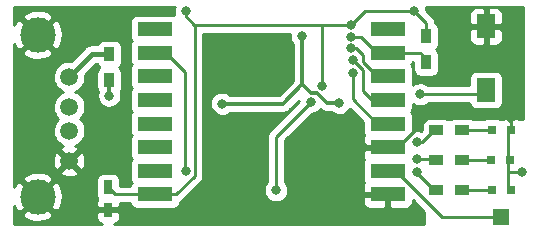
<source format=gtl>
G04 #@! TF.GenerationSoftware,KiCad,Pcbnew,no-vcs-found-996cba7~58~ubuntu16.04.1*
G04 #@! TF.CreationDate,2017-03-17T17:02:03+02:00*
G04 #@! TF.ProjectId,serial_gw,73657269616C5F67772E6B696361645F,rev?*
G04 #@! TF.FileFunction,Copper,L1,Top,Signal*
G04 #@! TF.FilePolarity,Positive*
%FSLAX46Y46*%
G04 Gerber Fmt 4.6, Leading zero omitted, Abs format (unit mm)*
G04 Created by KiCad (PCBNEW no-vcs-found-996cba7~58~ubuntu16.04.1) date Fri Mar 17 17:02:03 2017*
%MOMM*%
%LPD*%
G01*
G04 APERTURE LIST*
%ADD10C,0.100000*%
%ADD11R,1.350000X1.350000*%
%ADD12C,2.999740*%
%ADD13C,1.501140*%
%ADD14R,0.750000X1.200000*%
%ADD15R,1.600000X2.000000*%
%ADD16R,0.800000X0.800000*%
%ADD17R,1.200000X0.900000*%
%ADD18R,0.900000X1.200000*%
%ADD19R,3.000000X1.200000*%
%ADD20C,0.800000*%
%ADD21C,0.250000*%
%ADD22C,0.300000*%
%ADD23C,0.450000*%
%ADD24C,0.254000*%
G04 APERTURE END LIST*
D10*
D11*
X112776000Y-92202000D03*
D12*
X73540000Y-76754000D03*
X73540000Y-90470000D03*
D13*
X76207000Y-80310000D03*
X76207000Y-82850000D03*
X76207000Y-84882000D03*
X76207000Y-87422000D03*
D14*
X79502000Y-89662000D03*
X79502000Y-91562000D03*
D15*
X111506000Y-76040000D03*
X111506000Y-81440000D03*
D16*
X113614000Y-84836000D03*
X112014000Y-84836000D03*
X111938000Y-87376000D03*
X113538000Y-87376000D03*
X113614000Y-89916000D03*
X112014000Y-89916000D03*
D17*
X109474000Y-84836000D03*
X107274000Y-84836000D03*
X107274000Y-87376000D03*
X109474000Y-87376000D03*
X109474000Y-89916000D03*
X107274000Y-89916000D03*
D18*
X106426000Y-76878000D03*
X106426000Y-79078000D03*
D19*
X103180000Y-76264000D03*
X103180000Y-78264000D03*
X103180000Y-80264000D03*
X103180000Y-82264000D03*
X103180000Y-84264000D03*
X103180000Y-86264000D03*
X103180000Y-88264000D03*
X103180000Y-90264000D03*
X83480000Y-90264000D03*
X83480000Y-88264000D03*
X83480000Y-86264000D03*
X83480000Y-84264000D03*
X83480000Y-82264000D03*
X83480000Y-80264000D03*
X83480000Y-78264000D03*
X83480000Y-76264000D03*
D18*
X79600000Y-78400000D03*
X79600000Y-80600000D03*
D20*
X89442189Y-85697136D03*
X87875000Y-82650000D03*
X114554000Y-88392000D03*
X100838000Y-84836000D03*
X79600000Y-81900000D03*
X89127626Y-82603499D03*
X99060000Y-82513010D03*
X95930001Y-76861151D03*
X96700022Y-82400000D03*
X105918006Y-81788000D03*
X93726000Y-89916000D03*
X97655635Y-81087092D03*
X100064291Y-75897378D03*
X105410000Y-74701009D03*
X86101340Y-74755009D03*
X105664002Y-85852000D03*
X105700000Y-87300000D03*
X105664000Y-88392000D03*
X100095976Y-76896888D03*
X100235021Y-79964283D03*
X100226992Y-78883000D03*
X100063857Y-77896384D03*
X86075000Y-88275000D03*
D21*
X89442189Y-84217189D02*
X89442189Y-85697136D01*
X87875000Y-82650000D02*
X89442189Y-84217189D01*
X100838000Y-84836000D02*
X101075000Y-85073000D01*
X101075000Y-85073000D02*
X101075000Y-85925000D01*
X101075000Y-85925000D02*
X101414000Y-86264000D01*
X101414000Y-86264000D02*
X103180000Y-86264000D01*
X113614000Y-84186000D02*
X113248000Y-83820000D01*
X113248000Y-83820000D02*
X106524000Y-83820000D01*
X106524000Y-83820000D02*
X104080000Y-86264000D01*
X104080000Y-86264000D02*
X103180000Y-86264000D01*
X103180000Y-86264000D02*
X101430000Y-86264000D01*
X101430000Y-86264000D02*
X101092000Y-86602000D01*
X101092000Y-86602000D02*
X101092000Y-90170000D01*
X101092000Y-90170000D02*
X101186000Y-90264000D01*
X111506000Y-76040000D02*
X112556000Y-76040000D01*
X112556000Y-76040000D02*
X113614000Y-77098000D01*
X113614000Y-77098000D02*
X113614000Y-84186000D01*
X113614000Y-84186000D02*
X113614000Y-84836000D01*
X113360000Y-89916000D02*
X113360000Y-88392000D01*
X113360000Y-88392000D02*
X113360000Y-87452000D01*
X114554000Y-88392000D02*
X113360000Y-88392000D01*
X101186000Y-90264000D02*
X99888000Y-91562000D01*
X99888000Y-91562000D02*
X79502000Y-91562000D01*
X101186000Y-90264000D02*
X103180000Y-90264000D01*
X79502000Y-91562000D02*
X74632000Y-91562000D01*
X74632000Y-91562000D02*
X73540000Y-90470000D01*
X113360000Y-87452000D02*
X113284000Y-87376000D01*
X113360000Y-84836000D02*
X113360000Y-87300000D01*
X113360000Y-87300000D02*
X113284000Y-87376000D01*
D22*
X97160002Y-81649998D02*
X98023014Y-82513010D01*
X96644688Y-81649998D02*
X97160002Y-81649998D01*
X95947575Y-80952885D02*
X96644688Y-81649998D01*
X98023014Y-82513010D02*
X99060000Y-82513010D01*
X79600000Y-80600000D02*
X79600000Y-81900000D01*
X94296961Y-82603499D02*
X89127626Y-82603499D01*
X95947575Y-80952885D02*
X94296961Y-82603499D01*
X95930001Y-80935311D02*
X95930001Y-76861151D01*
X95947575Y-80952885D02*
X95930001Y-80935311D01*
D21*
X93726000Y-89916000D02*
X93726000Y-85374022D01*
X93726000Y-85374022D02*
X96700022Y-82400000D01*
X111506000Y-81440000D02*
X111158000Y-81788000D01*
X111158000Y-81788000D02*
X105918006Y-81788000D01*
X97536000Y-75897378D02*
X97655635Y-76017013D01*
X97655635Y-76017013D02*
X97655635Y-81087092D01*
X87243709Y-75897378D02*
X86852622Y-75897378D01*
X86852622Y-75897378D02*
X86825000Y-75925000D01*
X85230000Y-90264000D02*
X83480000Y-90264000D01*
X86825000Y-75925000D02*
X86825000Y-88669000D01*
X86825000Y-88669000D02*
X85230000Y-90264000D01*
X87243709Y-75897378D02*
X86797378Y-75897378D01*
X86797378Y-75897378D02*
X86101340Y-75201340D01*
X86101340Y-75201340D02*
X86101340Y-74755009D01*
X100064291Y-75897378D02*
X97536000Y-75897378D01*
X97536000Y-75897378D02*
X87243709Y-75897378D01*
X105410000Y-74701009D02*
X101260660Y-74701009D01*
X101260660Y-74701009D02*
X100064291Y-75897378D01*
X106426000Y-75717009D02*
X105410000Y-74701009D01*
X106426000Y-76878000D02*
X106426000Y-75717009D01*
X83480000Y-90264000D02*
X80104000Y-90264000D01*
X80104000Y-90264000D02*
X79502000Y-89662000D01*
X111760000Y-84836000D02*
X109220000Y-84836000D01*
X109220000Y-87376000D02*
X111684000Y-87376000D01*
X111760000Y-89916000D02*
X109220000Y-89916000D01*
X103180000Y-88264000D02*
X103864000Y-88264000D01*
X103864000Y-88264000D02*
X107802000Y-92202000D01*
X107802000Y-92202000D02*
X112776000Y-92202000D01*
X107124000Y-84836000D02*
X106108000Y-85852000D01*
X107274000Y-84836000D02*
X107124000Y-84836000D01*
X106108000Y-85852000D02*
X105664002Y-85852000D01*
X105700000Y-87300000D02*
X107198000Y-87300000D01*
X107198000Y-87300000D02*
X107274000Y-87376000D01*
X107124000Y-89916000D02*
X105664000Y-88456000D01*
X107274000Y-89916000D02*
X107124000Y-89916000D01*
X105664000Y-88456000D02*
X105664000Y-88392000D01*
X100912888Y-76896888D02*
X100095976Y-76896888D01*
X102280000Y-78264000D02*
X100912888Y-76896888D01*
X103180000Y-78264000D02*
X102280000Y-78264000D01*
X103180000Y-78264000D02*
X105950000Y-78264000D01*
X105950000Y-78264000D02*
X106426000Y-78740000D01*
X106426000Y-78740000D02*
X106426000Y-79078000D01*
X100235021Y-82219021D02*
X100235021Y-79964283D01*
X102280000Y-84264000D02*
X100235021Y-82219021D01*
X103180000Y-84264000D02*
X102280000Y-84264000D01*
X103180000Y-82264000D02*
X101822000Y-82264000D01*
X101822000Y-82264000D02*
X101092000Y-81534000D01*
X101092000Y-81534000D02*
X101092000Y-79748008D01*
X101092000Y-79748008D02*
X100226992Y-78883000D01*
X103180000Y-80264000D02*
X102280000Y-80264000D01*
X102280000Y-80264000D02*
X101092000Y-79076000D01*
X101092000Y-79076000D02*
X101092000Y-78486000D01*
X101092000Y-78486000D02*
X100502384Y-77896384D01*
X100502384Y-77896384D02*
X100063857Y-77896384D01*
X83480000Y-78264000D02*
X84380000Y-78264000D01*
X84380000Y-78264000D02*
X86050000Y-79934000D01*
X86050000Y-79934000D02*
X86050000Y-88250000D01*
X86050000Y-88250000D02*
X86075000Y-88275000D01*
D23*
X79600000Y-78400000D02*
X78117000Y-78400000D01*
X78117000Y-78400000D02*
X76207000Y-80310000D01*
D24*
G36*
X85117677Y-74442973D02*
X85075802Y-74639977D01*
X85072990Y-74841362D01*
X85109348Y-75039458D01*
X85113203Y-75049194D01*
X85102913Y-75046073D01*
X84980000Y-75033967D01*
X81980000Y-75033967D01*
X81857087Y-75046073D01*
X81738897Y-75081925D01*
X81629972Y-75140147D01*
X81534499Y-75218499D01*
X81456147Y-75313972D01*
X81397925Y-75422897D01*
X81362073Y-75541087D01*
X81349967Y-75664000D01*
X81349967Y-76864000D01*
X81362073Y-76986913D01*
X81397925Y-77105103D01*
X81456147Y-77214028D01*
X81497158Y-77264000D01*
X81456147Y-77313972D01*
X81397925Y-77422897D01*
X81362073Y-77541087D01*
X81349967Y-77664000D01*
X81349967Y-78864000D01*
X81362073Y-78986913D01*
X81397925Y-79105103D01*
X81456147Y-79214028D01*
X81497158Y-79264000D01*
X81456147Y-79313972D01*
X81397925Y-79422897D01*
X81362073Y-79541087D01*
X81349967Y-79664000D01*
X81349967Y-80864000D01*
X81362073Y-80986913D01*
X81397925Y-81105103D01*
X81456147Y-81214028D01*
X81497158Y-81264000D01*
X81456147Y-81313972D01*
X81397925Y-81422897D01*
X81362073Y-81541087D01*
X81349967Y-81664000D01*
X81349967Y-82864000D01*
X81362073Y-82986913D01*
X81397925Y-83105103D01*
X81456147Y-83214028D01*
X81497158Y-83264000D01*
X81456147Y-83313972D01*
X81397925Y-83422897D01*
X81362073Y-83541087D01*
X81349967Y-83664000D01*
X81349967Y-84864000D01*
X81362073Y-84986913D01*
X81397925Y-85105103D01*
X81456147Y-85214028D01*
X81497158Y-85264000D01*
X81456147Y-85313972D01*
X81397925Y-85422897D01*
X81362073Y-85541087D01*
X81349967Y-85664000D01*
X81349967Y-86864000D01*
X81362073Y-86986913D01*
X81397925Y-87105103D01*
X81456147Y-87214028D01*
X81497158Y-87264000D01*
X81456147Y-87313972D01*
X81397925Y-87422897D01*
X81362073Y-87541087D01*
X81349967Y-87664000D01*
X81349967Y-88864000D01*
X81362073Y-88986913D01*
X81397925Y-89105103D01*
X81456147Y-89214028D01*
X81497158Y-89264000D01*
X81456147Y-89313972D01*
X81397925Y-89422897D01*
X81370896Y-89512000D01*
X80507033Y-89512000D01*
X80507033Y-89062000D01*
X80494927Y-88939087D01*
X80459075Y-88820897D01*
X80400853Y-88711972D01*
X80322501Y-88616499D01*
X80227028Y-88538147D01*
X80118103Y-88479925D01*
X79999913Y-88444073D01*
X79877000Y-88431967D01*
X79127000Y-88431967D01*
X79004087Y-88444073D01*
X78885897Y-88479925D01*
X78776972Y-88538147D01*
X78681499Y-88616499D01*
X78603147Y-88711972D01*
X78544925Y-88820897D01*
X78509073Y-88939087D01*
X78496967Y-89062000D01*
X78496967Y-90262000D01*
X78509073Y-90384913D01*
X78544925Y-90503103D01*
X78603147Y-90612028D01*
X78605137Y-90614453D01*
X78571360Y-90665004D01*
X78524095Y-90779111D01*
X78500000Y-90900246D01*
X78500000Y-91282250D01*
X78656750Y-91439000D01*
X79379000Y-91439000D01*
X79379000Y-91419000D01*
X79625000Y-91419000D01*
X79625000Y-91439000D01*
X80347250Y-91439000D01*
X80504000Y-91282250D01*
X80504000Y-91016000D01*
X81370896Y-91016000D01*
X81397925Y-91105103D01*
X81456147Y-91214028D01*
X81534499Y-91309501D01*
X81629972Y-91387853D01*
X81738897Y-91446075D01*
X81857087Y-91481927D01*
X81980000Y-91494033D01*
X84980000Y-91494033D01*
X85102913Y-91481927D01*
X85221103Y-91446075D01*
X85330028Y-91387853D01*
X85425501Y-91309501D01*
X85503853Y-91214028D01*
X85562075Y-91105103D01*
X85597927Y-90986913D01*
X85605260Y-90912465D01*
X85639568Y-90894681D01*
X85642660Y-90892213D01*
X85646150Y-90890357D01*
X85699962Y-90846469D01*
X85754268Y-90803117D01*
X85759770Y-90797691D01*
X85759885Y-90797597D01*
X85759973Y-90797490D01*
X85761744Y-90795744D01*
X87356745Y-89200744D01*
X87400851Y-89147048D01*
X87445485Y-89093855D01*
X87447390Y-89090390D01*
X87449900Y-89087334D01*
X87482739Y-89026090D01*
X87516190Y-88965244D01*
X87517385Y-88961478D01*
X87519255Y-88957990D01*
X87539577Y-88891520D01*
X87560567Y-88825350D01*
X87561008Y-88821421D01*
X87562164Y-88817639D01*
X87569185Y-88748517D01*
X87576927Y-88679500D01*
X87576981Y-88671776D01*
X87576996Y-88671625D01*
X87576983Y-88671485D01*
X87577000Y-88669000D01*
X87577000Y-76649378D01*
X94925026Y-76649378D01*
X94904463Y-76746119D01*
X94901651Y-76947504D01*
X94938009Y-77145600D01*
X95012151Y-77332862D01*
X95121254Y-77502156D01*
X95153001Y-77535031D01*
X95153001Y-80648615D01*
X93975117Y-81826499D01*
X89803448Y-81826499D01*
X89785428Y-81808353D01*
X89618455Y-81695729D01*
X89432788Y-81617681D01*
X89235496Y-81577183D01*
X89034096Y-81575777D01*
X88836258Y-81613517D01*
X88649519Y-81688964D01*
X88480990Y-81799246D01*
X88337092Y-81940162D01*
X88223305Y-82106344D01*
X88143963Y-82291463D01*
X88102088Y-82488467D01*
X88099276Y-82689852D01*
X88135634Y-82887948D01*
X88209776Y-83075210D01*
X88318879Y-83244504D01*
X88458786Y-83389383D01*
X88624170Y-83504328D01*
X88808730Y-83584960D01*
X89005437Y-83628209D01*
X89206798Y-83632427D01*
X89405143Y-83597453D01*
X89592918Y-83524620D01*
X89762970Y-83416702D01*
X89800987Y-83380499D01*
X94296961Y-83380499D01*
X94368443Y-83373490D01*
X94439891Y-83367239D01*
X94443811Y-83366100D01*
X94447881Y-83365701D01*
X94516629Y-83344945D01*
X94585514Y-83324932D01*
X94589140Y-83323052D01*
X94593053Y-83321871D01*
X94656428Y-83288174D01*
X94720146Y-83255146D01*
X94723340Y-83252596D01*
X94726946Y-83250679D01*
X94782542Y-83205336D01*
X94838658Y-83160539D01*
X94844347Y-83154929D01*
X94844462Y-83154835D01*
X94844550Y-83154729D01*
X94846383Y-83152921D01*
X95673920Y-82325384D01*
X95673392Y-82363142D01*
X93194256Y-84842278D01*
X93150174Y-84895944D01*
X93105515Y-84949167D01*
X93103610Y-84952633D01*
X93101100Y-84955688D01*
X93068280Y-85016897D01*
X93034810Y-85077778D01*
X93033614Y-85081548D01*
X93031746Y-85085032D01*
X93011438Y-85151456D01*
X92990433Y-85217672D01*
X92989992Y-85221601D01*
X92988836Y-85225383D01*
X92981820Y-85294461D01*
X92974073Y-85363522D01*
X92974019Y-85371257D01*
X92974005Y-85371397D01*
X92974017Y-85371528D01*
X92974000Y-85374022D01*
X92974000Y-89214928D01*
X92935466Y-89252663D01*
X92821679Y-89418845D01*
X92742337Y-89603964D01*
X92700462Y-89800968D01*
X92697650Y-90002353D01*
X92734008Y-90200449D01*
X92808150Y-90387711D01*
X92917253Y-90557005D01*
X93057160Y-90701884D01*
X93222544Y-90816829D01*
X93407104Y-90897461D01*
X93603811Y-90940710D01*
X93805172Y-90944928D01*
X94003517Y-90909954D01*
X94191292Y-90837121D01*
X94361344Y-90729203D01*
X94507195Y-90590310D01*
X94540039Y-90543750D01*
X101053000Y-90543750D01*
X101053000Y-90925754D01*
X101077095Y-91046889D01*
X101124360Y-91160996D01*
X101192977Y-91263689D01*
X101280311Y-91351023D01*
X101383004Y-91419640D01*
X101497111Y-91466905D01*
X101618246Y-91491000D01*
X102900250Y-91491000D01*
X103057000Y-91334250D01*
X103057000Y-90387000D01*
X101209750Y-90387000D01*
X101053000Y-90543750D01*
X94540039Y-90543750D01*
X94623292Y-90425733D01*
X94705211Y-90241740D01*
X94749832Y-90045340D01*
X94753044Y-89815297D01*
X94713924Y-89617728D01*
X94637175Y-89431520D01*
X94525719Y-89263765D01*
X94478000Y-89215712D01*
X94478000Y-85685510D01*
X96735497Y-83428013D01*
X96779194Y-83428928D01*
X96977539Y-83393954D01*
X97165314Y-83321121D01*
X97335366Y-83213203D01*
X97481217Y-83074310D01*
X97483725Y-83070755D01*
X97529095Y-83108023D01*
X97584035Y-83154123D01*
X97587613Y-83156090D01*
X97590772Y-83158685D01*
X97654031Y-83192604D01*
X97716921Y-83227178D01*
X97720818Y-83228414D01*
X97724417Y-83230344D01*
X97793001Y-83251312D01*
X97861467Y-83273031D01*
X97865532Y-83273487D01*
X97869434Y-83274680D01*
X97940792Y-83281928D01*
X98012165Y-83289934D01*
X98020154Y-83289990D01*
X98020302Y-83290005D01*
X98020440Y-83289992D01*
X98023014Y-83290010D01*
X98382581Y-83290010D01*
X98391160Y-83298894D01*
X98556544Y-83413839D01*
X98741104Y-83494471D01*
X98937811Y-83537720D01*
X99139172Y-83541938D01*
X99337517Y-83506964D01*
X99525292Y-83434131D01*
X99695344Y-83326213D01*
X99841195Y-83187320D01*
X99957292Y-83022743D01*
X99962826Y-83010314D01*
X101049967Y-84097455D01*
X101049967Y-84864000D01*
X101062073Y-84986913D01*
X101097925Y-85105103D01*
X101156147Y-85214028D01*
X101195413Y-85261875D01*
X101192977Y-85264311D01*
X101124360Y-85367004D01*
X101077095Y-85481111D01*
X101053000Y-85602246D01*
X101053000Y-85984250D01*
X101209750Y-86141000D01*
X103057000Y-86141000D01*
X103057000Y-86121000D01*
X103303000Y-86121000D01*
X103303000Y-86141000D01*
X103323000Y-86141000D01*
X103323000Y-86387000D01*
X103303000Y-86387000D01*
X103303000Y-86407000D01*
X103057000Y-86407000D01*
X103057000Y-86387000D01*
X101209750Y-86387000D01*
X101053000Y-86543750D01*
X101053000Y-86925754D01*
X101077095Y-87046889D01*
X101124360Y-87160996D01*
X101192977Y-87263689D01*
X101195413Y-87266125D01*
X101156147Y-87313972D01*
X101097925Y-87422897D01*
X101062073Y-87541087D01*
X101049967Y-87664000D01*
X101049967Y-88864000D01*
X101062073Y-88986913D01*
X101097925Y-89105103D01*
X101156147Y-89214028D01*
X101195413Y-89261875D01*
X101192977Y-89264311D01*
X101124360Y-89367004D01*
X101077095Y-89481111D01*
X101053000Y-89602246D01*
X101053000Y-89984250D01*
X101209750Y-90141000D01*
X103057000Y-90141000D01*
X103057000Y-90121000D01*
X103303000Y-90121000D01*
X103303000Y-90141000D01*
X103323000Y-90141000D01*
X103323000Y-90387000D01*
X103303000Y-90387000D01*
X103303000Y-91334250D01*
X103459750Y-91491000D01*
X104741754Y-91491000D01*
X104862889Y-91466905D01*
X104976996Y-91419640D01*
X105079689Y-91351023D01*
X105167023Y-91263689D01*
X105235640Y-91160996D01*
X105282905Y-91046889D01*
X105307000Y-90925754D01*
X105307000Y-90770488D01*
X106273000Y-91736488D01*
X106273000Y-92770000D01*
X80034274Y-92770000D01*
X80059889Y-92764905D01*
X80173996Y-92717640D01*
X80276689Y-92649023D01*
X80364023Y-92561689D01*
X80432640Y-92458996D01*
X80479905Y-92344889D01*
X80504000Y-92223754D01*
X80504000Y-91841750D01*
X80347250Y-91685000D01*
X79625000Y-91685000D01*
X79625000Y-91705000D01*
X79379000Y-91705000D01*
X79379000Y-91685000D01*
X78656750Y-91685000D01*
X78500000Y-91841750D01*
X78500000Y-92223754D01*
X78524095Y-92344889D01*
X78571360Y-92458996D01*
X78639977Y-92561689D01*
X78727311Y-92649023D01*
X78830004Y-92717640D01*
X78944111Y-92764905D01*
X78969726Y-92770000D01*
X71568000Y-92770000D01*
X71568000Y-91954633D01*
X72229315Y-91954633D01*
X72385399Y-92268431D01*
X72758441Y-92459126D01*
X73161518Y-92573380D01*
X73579139Y-92606802D01*
X73995257Y-92558109D01*
X74393879Y-92429170D01*
X74694601Y-92268431D01*
X74850685Y-91954633D01*
X73540000Y-90643948D01*
X72229315Y-91954633D01*
X71568000Y-91954633D01*
X71568000Y-91284214D01*
X71580830Y-91323879D01*
X71741569Y-91624601D01*
X72055367Y-91780685D01*
X73366052Y-90470000D01*
X73713948Y-90470000D01*
X75024633Y-91780685D01*
X75338431Y-91624601D01*
X75529126Y-91251559D01*
X75643380Y-90848482D01*
X75676802Y-90430861D01*
X75628109Y-90014743D01*
X75499170Y-89616121D01*
X75338431Y-89315399D01*
X75024633Y-89159315D01*
X73713948Y-90470000D01*
X73366052Y-90470000D01*
X72055367Y-89159315D01*
X71741569Y-89315399D01*
X71568000Y-89654939D01*
X71568000Y-88985367D01*
X72229315Y-88985367D01*
X73540000Y-90296052D01*
X74850685Y-88985367D01*
X74694601Y-88671569D01*
X74321559Y-88480874D01*
X73939470Y-88372569D01*
X75430380Y-88372569D01*
X75496095Y-88609737D01*
X75741470Y-88725606D01*
X76004736Y-88791378D01*
X76275775Y-88804525D01*
X76544170Y-88764543D01*
X76799609Y-88672968D01*
X76917905Y-88609737D01*
X76983620Y-88372569D01*
X76207000Y-87595948D01*
X75430380Y-88372569D01*
X73939470Y-88372569D01*
X73918482Y-88366620D01*
X73500861Y-88333198D01*
X73084743Y-88381891D01*
X72686121Y-88510830D01*
X72385399Y-88671569D01*
X72229315Y-88985367D01*
X71568000Y-88985367D01*
X71568000Y-87490775D01*
X74824475Y-87490775D01*
X74864457Y-87759170D01*
X74956032Y-88014609D01*
X75019263Y-88132905D01*
X75256431Y-88198620D01*
X76033052Y-87422000D01*
X76380948Y-87422000D01*
X77157569Y-88198620D01*
X77394737Y-88132905D01*
X77510606Y-87887530D01*
X77576378Y-87624264D01*
X77589525Y-87353225D01*
X77549543Y-87084830D01*
X77457968Y-86829391D01*
X77394737Y-86711095D01*
X77157569Y-86645380D01*
X76380948Y-87422000D01*
X76033052Y-87422000D01*
X75256431Y-86645380D01*
X75019263Y-86711095D01*
X74903394Y-86956470D01*
X74837622Y-87219736D01*
X74824475Y-87490775D01*
X71568000Y-87490775D01*
X71568000Y-80425830D01*
X74827620Y-80425830D01*
X74876388Y-80691547D01*
X74975839Y-80942731D01*
X75122184Y-81169814D01*
X75309850Y-81364148D01*
X75531688Y-81518329D01*
X75672836Y-81579996D01*
X75565689Y-81623286D01*
X75339633Y-81771213D01*
X75146614Y-81960231D01*
X74993986Y-82183140D01*
X74887560Y-82431449D01*
X74831392Y-82695701D01*
X74827620Y-82965830D01*
X74876388Y-83231547D01*
X74975839Y-83482731D01*
X75122184Y-83709814D01*
X75274229Y-83867261D01*
X75146614Y-83992231D01*
X74993986Y-84215140D01*
X74887560Y-84463449D01*
X74831392Y-84727701D01*
X74827620Y-84997830D01*
X74876388Y-85263547D01*
X74975839Y-85514731D01*
X75122184Y-85741814D01*
X75309850Y-85936148D01*
X75531688Y-86090329D01*
X75670427Y-86150943D01*
X75614391Y-86171032D01*
X75496095Y-86234263D01*
X75430380Y-86471431D01*
X76207000Y-87248052D01*
X76983620Y-86471431D01*
X76917905Y-86234263D01*
X76743067Y-86151702D01*
X76831120Y-86117549D01*
X77059220Y-85972792D01*
X77254859Y-85786488D01*
X77410585Y-85565732D01*
X77520467Y-85318932D01*
X77580320Y-85055491D01*
X77584629Y-84746922D01*
X77532155Y-84481912D01*
X77429207Y-84232141D01*
X77279705Y-84007123D01*
X77138687Y-83865117D01*
X77254859Y-83754488D01*
X77410585Y-83533732D01*
X77520467Y-83286932D01*
X77580320Y-83023491D01*
X77584629Y-82714922D01*
X77532155Y-82449912D01*
X77429207Y-82200141D01*
X77279705Y-81975123D01*
X77089345Y-81783429D01*
X76865376Y-81632360D01*
X76741528Y-81580299D01*
X76831120Y-81545549D01*
X77059220Y-81400792D01*
X77254859Y-81214488D01*
X77410585Y-80993732D01*
X77520467Y-80746932D01*
X77580320Y-80483491D01*
X77584629Y-80174922D01*
X77578408Y-80143502D01*
X78469910Y-79252000D01*
X78573750Y-79252000D01*
X78626147Y-79350028D01*
X78704499Y-79445501D01*
X78770907Y-79500000D01*
X78704499Y-79554499D01*
X78626147Y-79649972D01*
X78567925Y-79758897D01*
X78532073Y-79877087D01*
X78519967Y-80000000D01*
X78519967Y-81200000D01*
X78532073Y-81322913D01*
X78567925Y-81441103D01*
X78626147Y-81550028D01*
X78630384Y-81555191D01*
X78616337Y-81587964D01*
X78574462Y-81784968D01*
X78571650Y-81986353D01*
X78608008Y-82184449D01*
X78682150Y-82371711D01*
X78791253Y-82541005D01*
X78931160Y-82685884D01*
X79096544Y-82800829D01*
X79281104Y-82881461D01*
X79477811Y-82924710D01*
X79679172Y-82928928D01*
X79877517Y-82893954D01*
X80065292Y-82821121D01*
X80235344Y-82713203D01*
X80381195Y-82574310D01*
X80497292Y-82409733D01*
X80579211Y-82225740D01*
X80623832Y-82029340D01*
X80627044Y-81799297D01*
X80587924Y-81601728D01*
X80569035Y-81555899D01*
X80573853Y-81550028D01*
X80632075Y-81441103D01*
X80667927Y-81322913D01*
X80680033Y-81200000D01*
X80680033Y-80000000D01*
X80667927Y-79877087D01*
X80632075Y-79758897D01*
X80573853Y-79649972D01*
X80495501Y-79554499D01*
X80429093Y-79500000D01*
X80495501Y-79445501D01*
X80573853Y-79350028D01*
X80632075Y-79241103D01*
X80667927Y-79122913D01*
X80680033Y-79000000D01*
X80680033Y-77800000D01*
X80667927Y-77677087D01*
X80632075Y-77558897D01*
X80573853Y-77449972D01*
X80495501Y-77354499D01*
X80400028Y-77276147D01*
X80291103Y-77217925D01*
X80172913Y-77182073D01*
X80050000Y-77169967D01*
X79150000Y-77169967D01*
X79027087Y-77182073D01*
X78908897Y-77217925D01*
X78799972Y-77276147D01*
X78704499Y-77354499D01*
X78626147Y-77449972D01*
X78573750Y-77548000D01*
X78117000Y-77548000D01*
X78038657Y-77555681D01*
X77960273Y-77562539D01*
X77955971Y-77563789D01*
X77951512Y-77564226D01*
X77876172Y-77586973D01*
X77800595Y-77608930D01*
X77796617Y-77610992D01*
X77792328Y-77612287D01*
X77722849Y-77649230D01*
X77652968Y-77685452D01*
X77649466Y-77688247D01*
X77645510Y-77690351D01*
X77584521Y-77740093D01*
X77523016Y-77789192D01*
X77516777Y-77795344D01*
X77516652Y-77795446D01*
X77516556Y-77795562D01*
X77514545Y-77797545D01*
X76374135Y-78937955D01*
X76351692Y-78933348D01*
X76081543Y-78931462D01*
X75816173Y-78982084D01*
X75565689Y-79083286D01*
X75339633Y-79231213D01*
X75146614Y-79420231D01*
X74993986Y-79643140D01*
X74887560Y-79891449D01*
X74831392Y-80155701D01*
X74827620Y-80425830D01*
X71568000Y-80425830D01*
X71568000Y-78238633D01*
X72229315Y-78238633D01*
X72385399Y-78552431D01*
X72758441Y-78743126D01*
X73161518Y-78857380D01*
X73579139Y-78890802D01*
X73995257Y-78842109D01*
X74393879Y-78713170D01*
X74694601Y-78552431D01*
X74850685Y-78238633D01*
X73540000Y-76927948D01*
X72229315Y-78238633D01*
X71568000Y-78238633D01*
X71568000Y-77568214D01*
X71580830Y-77607879D01*
X71741569Y-77908601D01*
X72055367Y-78064685D01*
X73366052Y-76754000D01*
X73713948Y-76754000D01*
X75024633Y-78064685D01*
X75338431Y-77908601D01*
X75529126Y-77535559D01*
X75643380Y-77132482D01*
X75676802Y-76714861D01*
X75628109Y-76298743D01*
X75499170Y-75900121D01*
X75338431Y-75599399D01*
X75024633Y-75443315D01*
X73713948Y-76754000D01*
X73366052Y-76754000D01*
X72055367Y-75443315D01*
X71741569Y-75599399D01*
X71568000Y-75938939D01*
X71568000Y-75269367D01*
X72229315Y-75269367D01*
X73540000Y-76580052D01*
X74850685Y-75269367D01*
X74694601Y-74955569D01*
X74321559Y-74764874D01*
X73918482Y-74650620D01*
X73500861Y-74617198D01*
X73084743Y-74665891D01*
X72686121Y-74794830D01*
X72385399Y-74955569D01*
X72229315Y-75269367D01*
X71568000Y-75269367D01*
X71568000Y-74362000D01*
X85152382Y-74362000D01*
X85117677Y-74442973D01*
X85117677Y-74442973D01*
G37*
X85117677Y-74442973D02*
X85075802Y-74639977D01*
X85072990Y-74841362D01*
X85109348Y-75039458D01*
X85113203Y-75049194D01*
X85102913Y-75046073D01*
X84980000Y-75033967D01*
X81980000Y-75033967D01*
X81857087Y-75046073D01*
X81738897Y-75081925D01*
X81629972Y-75140147D01*
X81534499Y-75218499D01*
X81456147Y-75313972D01*
X81397925Y-75422897D01*
X81362073Y-75541087D01*
X81349967Y-75664000D01*
X81349967Y-76864000D01*
X81362073Y-76986913D01*
X81397925Y-77105103D01*
X81456147Y-77214028D01*
X81497158Y-77264000D01*
X81456147Y-77313972D01*
X81397925Y-77422897D01*
X81362073Y-77541087D01*
X81349967Y-77664000D01*
X81349967Y-78864000D01*
X81362073Y-78986913D01*
X81397925Y-79105103D01*
X81456147Y-79214028D01*
X81497158Y-79264000D01*
X81456147Y-79313972D01*
X81397925Y-79422897D01*
X81362073Y-79541087D01*
X81349967Y-79664000D01*
X81349967Y-80864000D01*
X81362073Y-80986913D01*
X81397925Y-81105103D01*
X81456147Y-81214028D01*
X81497158Y-81264000D01*
X81456147Y-81313972D01*
X81397925Y-81422897D01*
X81362073Y-81541087D01*
X81349967Y-81664000D01*
X81349967Y-82864000D01*
X81362073Y-82986913D01*
X81397925Y-83105103D01*
X81456147Y-83214028D01*
X81497158Y-83264000D01*
X81456147Y-83313972D01*
X81397925Y-83422897D01*
X81362073Y-83541087D01*
X81349967Y-83664000D01*
X81349967Y-84864000D01*
X81362073Y-84986913D01*
X81397925Y-85105103D01*
X81456147Y-85214028D01*
X81497158Y-85264000D01*
X81456147Y-85313972D01*
X81397925Y-85422897D01*
X81362073Y-85541087D01*
X81349967Y-85664000D01*
X81349967Y-86864000D01*
X81362073Y-86986913D01*
X81397925Y-87105103D01*
X81456147Y-87214028D01*
X81497158Y-87264000D01*
X81456147Y-87313972D01*
X81397925Y-87422897D01*
X81362073Y-87541087D01*
X81349967Y-87664000D01*
X81349967Y-88864000D01*
X81362073Y-88986913D01*
X81397925Y-89105103D01*
X81456147Y-89214028D01*
X81497158Y-89264000D01*
X81456147Y-89313972D01*
X81397925Y-89422897D01*
X81370896Y-89512000D01*
X80507033Y-89512000D01*
X80507033Y-89062000D01*
X80494927Y-88939087D01*
X80459075Y-88820897D01*
X80400853Y-88711972D01*
X80322501Y-88616499D01*
X80227028Y-88538147D01*
X80118103Y-88479925D01*
X79999913Y-88444073D01*
X79877000Y-88431967D01*
X79127000Y-88431967D01*
X79004087Y-88444073D01*
X78885897Y-88479925D01*
X78776972Y-88538147D01*
X78681499Y-88616499D01*
X78603147Y-88711972D01*
X78544925Y-88820897D01*
X78509073Y-88939087D01*
X78496967Y-89062000D01*
X78496967Y-90262000D01*
X78509073Y-90384913D01*
X78544925Y-90503103D01*
X78603147Y-90612028D01*
X78605137Y-90614453D01*
X78571360Y-90665004D01*
X78524095Y-90779111D01*
X78500000Y-90900246D01*
X78500000Y-91282250D01*
X78656750Y-91439000D01*
X79379000Y-91439000D01*
X79379000Y-91419000D01*
X79625000Y-91419000D01*
X79625000Y-91439000D01*
X80347250Y-91439000D01*
X80504000Y-91282250D01*
X80504000Y-91016000D01*
X81370896Y-91016000D01*
X81397925Y-91105103D01*
X81456147Y-91214028D01*
X81534499Y-91309501D01*
X81629972Y-91387853D01*
X81738897Y-91446075D01*
X81857087Y-91481927D01*
X81980000Y-91494033D01*
X84980000Y-91494033D01*
X85102913Y-91481927D01*
X85221103Y-91446075D01*
X85330028Y-91387853D01*
X85425501Y-91309501D01*
X85503853Y-91214028D01*
X85562075Y-91105103D01*
X85597927Y-90986913D01*
X85605260Y-90912465D01*
X85639568Y-90894681D01*
X85642660Y-90892213D01*
X85646150Y-90890357D01*
X85699962Y-90846469D01*
X85754268Y-90803117D01*
X85759770Y-90797691D01*
X85759885Y-90797597D01*
X85759973Y-90797490D01*
X85761744Y-90795744D01*
X87356745Y-89200744D01*
X87400851Y-89147048D01*
X87445485Y-89093855D01*
X87447390Y-89090390D01*
X87449900Y-89087334D01*
X87482739Y-89026090D01*
X87516190Y-88965244D01*
X87517385Y-88961478D01*
X87519255Y-88957990D01*
X87539577Y-88891520D01*
X87560567Y-88825350D01*
X87561008Y-88821421D01*
X87562164Y-88817639D01*
X87569185Y-88748517D01*
X87576927Y-88679500D01*
X87576981Y-88671776D01*
X87576996Y-88671625D01*
X87576983Y-88671485D01*
X87577000Y-88669000D01*
X87577000Y-76649378D01*
X94925026Y-76649378D01*
X94904463Y-76746119D01*
X94901651Y-76947504D01*
X94938009Y-77145600D01*
X95012151Y-77332862D01*
X95121254Y-77502156D01*
X95153001Y-77535031D01*
X95153001Y-80648615D01*
X93975117Y-81826499D01*
X89803448Y-81826499D01*
X89785428Y-81808353D01*
X89618455Y-81695729D01*
X89432788Y-81617681D01*
X89235496Y-81577183D01*
X89034096Y-81575777D01*
X88836258Y-81613517D01*
X88649519Y-81688964D01*
X88480990Y-81799246D01*
X88337092Y-81940162D01*
X88223305Y-82106344D01*
X88143963Y-82291463D01*
X88102088Y-82488467D01*
X88099276Y-82689852D01*
X88135634Y-82887948D01*
X88209776Y-83075210D01*
X88318879Y-83244504D01*
X88458786Y-83389383D01*
X88624170Y-83504328D01*
X88808730Y-83584960D01*
X89005437Y-83628209D01*
X89206798Y-83632427D01*
X89405143Y-83597453D01*
X89592918Y-83524620D01*
X89762970Y-83416702D01*
X89800987Y-83380499D01*
X94296961Y-83380499D01*
X94368443Y-83373490D01*
X94439891Y-83367239D01*
X94443811Y-83366100D01*
X94447881Y-83365701D01*
X94516629Y-83344945D01*
X94585514Y-83324932D01*
X94589140Y-83323052D01*
X94593053Y-83321871D01*
X94656428Y-83288174D01*
X94720146Y-83255146D01*
X94723340Y-83252596D01*
X94726946Y-83250679D01*
X94782542Y-83205336D01*
X94838658Y-83160539D01*
X94844347Y-83154929D01*
X94844462Y-83154835D01*
X94844550Y-83154729D01*
X94846383Y-83152921D01*
X95673920Y-82325384D01*
X95673392Y-82363142D01*
X93194256Y-84842278D01*
X93150174Y-84895944D01*
X93105515Y-84949167D01*
X93103610Y-84952633D01*
X93101100Y-84955688D01*
X93068280Y-85016897D01*
X93034810Y-85077778D01*
X93033614Y-85081548D01*
X93031746Y-85085032D01*
X93011438Y-85151456D01*
X92990433Y-85217672D01*
X92989992Y-85221601D01*
X92988836Y-85225383D01*
X92981820Y-85294461D01*
X92974073Y-85363522D01*
X92974019Y-85371257D01*
X92974005Y-85371397D01*
X92974017Y-85371528D01*
X92974000Y-85374022D01*
X92974000Y-89214928D01*
X92935466Y-89252663D01*
X92821679Y-89418845D01*
X92742337Y-89603964D01*
X92700462Y-89800968D01*
X92697650Y-90002353D01*
X92734008Y-90200449D01*
X92808150Y-90387711D01*
X92917253Y-90557005D01*
X93057160Y-90701884D01*
X93222544Y-90816829D01*
X93407104Y-90897461D01*
X93603811Y-90940710D01*
X93805172Y-90944928D01*
X94003517Y-90909954D01*
X94191292Y-90837121D01*
X94361344Y-90729203D01*
X94507195Y-90590310D01*
X94540039Y-90543750D01*
X101053000Y-90543750D01*
X101053000Y-90925754D01*
X101077095Y-91046889D01*
X101124360Y-91160996D01*
X101192977Y-91263689D01*
X101280311Y-91351023D01*
X101383004Y-91419640D01*
X101497111Y-91466905D01*
X101618246Y-91491000D01*
X102900250Y-91491000D01*
X103057000Y-91334250D01*
X103057000Y-90387000D01*
X101209750Y-90387000D01*
X101053000Y-90543750D01*
X94540039Y-90543750D01*
X94623292Y-90425733D01*
X94705211Y-90241740D01*
X94749832Y-90045340D01*
X94753044Y-89815297D01*
X94713924Y-89617728D01*
X94637175Y-89431520D01*
X94525719Y-89263765D01*
X94478000Y-89215712D01*
X94478000Y-85685510D01*
X96735497Y-83428013D01*
X96779194Y-83428928D01*
X96977539Y-83393954D01*
X97165314Y-83321121D01*
X97335366Y-83213203D01*
X97481217Y-83074310D01*
X97483725Y-83070755D01*
X97529095Y-83108023D01*
X97584035Y-83154123D01*
X97587613Y-83156090D01*
X97590772Y-83158685D01*
X97654031Y-83192604D01*
X97716921Y-83227178D01*
X97720818Y-83228414D01*
X97724417Y-83230344D01*
X97793001Y-83251312D01*
X97861467Y-83273031D01*
X97865532Y-83273487D01*
X97869434Y-83274680D01*
X97940792Y-83281928D01*
X98012165Y-83289934D01*
X98020154Y-83289990D01*
X98020302Y-83290005D01*
X98020440Y-83289992D01*
X98023014Y-83290010D01*
X98382581Y-83290010D01*
X98391160Y-83298894D01*
X98556544Y-83413839D01*
X98741104Y-83494471D01*
X98937811Y-83537720D01*
X99139172Y-83541938D01*
X99337517Y-83506964D01*
X99525292Y-83434131D01*
X99695344Y-83326213D01*
X99841195Y-83187320D01*
X99957292Y-83022743D01*
X99962826Y-83010314D01*
X101049967Y-84097455D01*
X101049967Y-84864000D01*
X101062073Y-84986913D01*
X101097925Y-85105103D01*
X101156147Y-85214028D01*
X101195413Y-85261875D01*
X101192977Y-85264311D01*
X101124360Y-85367004D01*
X101077095Y-85481111D01*
X101053000Y-85602246D01*
X101053000Y-85984250D01*
X101209750Y-86141000D01*
X103057000Y-86141000D01*
X103057000Y-86121000D01*
X103303000Y-86121000D01*
X103303000Y-86141000D01*
X103323000Y-86141000D01*
X103323000Y-86387000D01*
X103303000Y-86387000D01*
X103303000Y-86407000D01*
X103057000Y-86407000D01*
X103057000Y-86387000D01*
X101209750Y-86387000D01*
X101053000Y-86543750D01*
X101053000Y-86925754D01*
X101077095Y-87046889D01*
X101124360Y-87160996D01*
X101192977Y-87263689D01*
X101195413Y-87266125D01*
X101156147Y-87313972D01*
X101097925Y-87422897D01*
X101062073Y-87541087D01*
X101049967Y-87664000D01*
X101049967Y-88864000D01*
X101062073Y-88986913D01*
X101097925Y-89105103D01*
X101156147Y-89214028D01*
X101195413Y-89261875D01*
X101192977Y-89264311D01*
X101124360Y-89367004D01*
X101077095Y-89481111D01*
X101053000Y-89602246D01*
X101053000Y-89984250D01*
X101209750Y-90141000D01*
X103057000Y-90141000D01*
X103057000Y-90121000D01*
X103303000Y-90121000D01*
X103303000Y-90141000D01*
X103323000Y-90141000D01*
X103323000Y-90387000D01*
X103303000Y-90387000D01*
X103303000Y-91334250D01*
X103459750Y-91491000D01*
X104741754Y-91491000D01*
X104862889Y-91466905D01*
X104976996Y-91419640D01*
X105079689Y-91351023D01*
X105167023Y-91263689D01*
X105235640Y-91160996D01*
X105282905Y-91046889D01*
X105307000Y-90925754D01*
X105307000Y-90770488D01*
X106273000Y-91736488D01*
X106273000Y-92770000D01*
X80034274Y-92770000D01*
X80059889Y-92764905D01*
X80173996Y-92717640D01*
X80276689Y-92649023D01*
X80364023Y-92561689D01*
X80432640Y-92458996D01*
X80479905Y-92344889D01*
X80504000Y-92223754D01*
X80504000Y-91841750D01*
X80347250Y-91685000D01*
X79625000Y-91685000D01*
X79625000Y-91705000D01*
X79379000Y-91705000D01*
X79379000Y-91685000D01*
X78656750Y-91685000D01*
X78500000Y-91841750D01*
X78500000Y-92223754D01*
X78524095Y-92344889D01*
X78571360Y-92458996D01*
X78639977Y-92561689D01*
X78727311Y-92649023D01*
X78830004Y-92717640D01*
X78944111Y-92764905D01*
X78969726Y-92770000D01*
X71568000Y-92770000D01*
X71568000Y-91954633D01*
X72229315Y-91954633D01*
X72385399Y-92268431D01*
X72758441Y-92459126D01*
X73161518Y-92573380D01*
X73579139Y-92606802D01*
X73995257Y-92558109D01*
X74393879Y-92429170D01*
X74694601Y-92268431D01*
X74850685Y-91954633D01*
X73540000Y-90643948D01*
X72229315Y-91954633D01*
X71568000Y-91954633D01*
X71568000Y-91284214D01*
X71580830Y-91323879D01*
X71741569Y-91624601D01*
X72055367Y-91780685D01*
X73366052Y-90470000D01*
X73713948Y-90470000D01*
X75024633Y-91780685D01*
X75338431Y-91624601D01*
X75529126Y-91251559D01*
X75643380Y-90848482D01*
X75676802Y-90430861D01*
X75628109Y-90014743D01*
X75499170Y-89616121D01*
X75338431Y-89315399D01*
X75024633Y-89159315D01*
X73713948Y-90470000D01*
X73366052Y-90470000D01*
X72055367Y-89159315D01*
X71741569Y-89315399D01*
X71568000Y-89654939D01*
X71568000Y-88985367D01*
X72229315Y-88985367D01*
X73540000Y-90296052D01*
X74850685Y-88985367D01*
X74694601Y-88671569D01*
X74321559Y-88480874D01*
X73939470Y-88372569D01*
X75430380Y-88372569D01*
X75496095Y-88609737D01*
X75741470Y-88725606D01*
X76004736Y-88791378D01*
X76275775Y-88804525D01*
X76544170Y-88764543D01*
X76799609Y-88672968D01*
X76917905Y-88609737D01*
X76983620Y-88372569D01*
X76207000Y-87595948D01*
X75430380Y-88372569D01*
X73939470Y-88372569D01*
X73918482Y-88366620D01*
X73500861Y-88333198D01*
X73084743Y-88381891D01*
X72686121Y-88510830D01*
X72385399Y-88671569D01*
X72229315Y-88985367D01*
X71568000Y-88985367D01*
X71568000Y-87490775D01*
X74824475Y-87490775D01*
X74864457Y-87759170D01*
X74956032Y-88014609D01*
X75019263Y-88132905D01*
X75256431Y-88198620D01*
X76033052Y-87422000D01*
X76380948Y-87422000D01*
X77157569Y-88198620D01*
X77394737Y-88132905D01*
X77510606Y-87887530D01*
X77576378Y-87624264D01*
X77589525Y-87353225D01*
X77549543Y-87084830D01*
X77457968Y-86829391D01*
X77394737Y-86711095D01*
X77157569Y-86645380D01*
X76380948Y-87422000D01*
X76033052Y-87422000D01*
X75256431Y-86645380D01*
X75019263Y-86711095D01*
X74903394Y-86956470D01*
X74837622Y-87219736D01*
X74824475Y-87490775D01*
X71568000Y-87490775D01*
X71568000Y-80425830D01*
X74827620Y-80425830D01*
X74876388Y-80691547D01*
X74975839Y-80942731D01*
X75122184Y-81169814D01*
X75309850Y-81364148D01*
X75531688Y-81518329D01*
X75672836Y-81579996D01*
X75565689Y-81623286D01*
X75339633Y-81771213D01*
X75146614Y-81960231D01*
X74993986Y-82183140D01*
X74887560Y-82431449D01*
X74831392Y-82695701D01*
X74827620Y-82965830D01*
X74876388Y-83231547D01*
X74975839Y-83482731D01*
X75122184Y-83709814D01*
X75274229Y-83867261D01*
X75146614Y-83992231D01*
X74993986Y-84215140D01*
X74887560Y-84463449D01*
X74831392Y-84727701D01*
X74827620Y-84997830D01*
X74876388Y-85263547D01*
X74975839Y-85514731D01*
X75122184Y-85741814D01*
X75309850Y-85936148D01*
X75531688Y-86090329D01*
X75670427Y-86150943D01*
X75614391Y-86171032D01*
X75496095Y-86234263D01*
X75430380Y-86471431D01*
X76207000Y-87248052D01*
X76983620Y-86471431D01*
X76917905Y-86234263D01*
X76743067Y-86151702D01*
X76831120Y-86117549D01*
X77059220Y-85972792D01*
X77254859Y-85786488D01*
X77410585Y-85565732D01*
X77520467Y-85318932D01*
X77580320Y-85055491D01*
X77584629Y-84746922D01*
X77532155Y-84481912D01*
X77429207Y-84232141D01*
X77279705Y-84007123D01*
X77138687Y-83865117D01*
X77254859Y-83754488D01*
X77410585Y-83533732D01*
X77520467Y-83286932D01*
X77580320Y-83023491D01*
X77584629Y-82714922D01*
X77532155Y-82449912D01*
X77429207Y-82200141D01*
X77279705Y-81975123D01*
X77089345Y-81783429D01*
X76865376Y-81632360D01*
X76741528Y-81580299D01*
X76831120Y-81545549D01*
X77059220Y-81400792D01*
X77254859Y-81214488D01*
X77410585Y-80993732D01*
X77520467Y-80746932D01*
X77580320Y-80483491D01*
X77584629Y-80174922D01*
X77578408Y-80143502D01*
X78469910Y-79252000D01*
X78573750Y-79252000D01*
X78626147Y-79350028D01*
X78704499Y-79445501D01*
X78770907Y-79500000D01*
X78704499Y-79554499D01*
X78626147Y-79649972D01*
X78567925Y-79758897D01*
X78532073Y-79877087D01*
X78519967Y-80000000D01*
X78519967Y-81200000D01*
X78532073Y-81322913D01*
X78567925Y-81441103D01*
X78626147Y-81550028D01*
X78630384Y-81555191D01*
X78616337Y-81587964D01*
X78574462Y-81784968D01*
X78571650Y-81986353D01*
X78608008Y-82184449D01*
X78682150Y-82371711D01*
X78791253Y-82541005D01*
X78931160Y-82685884D01*
X79096544Y-82800829D01*
X79281104Y-82881461D01*
X79477811Y-82924710D01*
X79679172Y-82928928D01*
X79877517Y-82893954D01*
X80065292Y-82821121D01*
X80235344Y-82713203D01*
X80381195Y-82574310D01*
X80497292Y-82409733D01*
X80579211Y-82225740D01*
X80623832Y-82029340D01*
X80627044Y-81799297D01*
X80587924Y-81601728D01*
X80569035Y-81555899D01*
X80573853Y-81550028D01*
X80632075Y-81441103D01*
X80667927Y-81322913D01*
X80680033Y-81200000D01*
X80680033Y-80000000D01*
X80667927Y-79877087D01*
X80632075Y-79758897D01*
X80573853Y-79649972D01*
X80495501Y-79554499D01*
X80429093Y-79500000D01*
X80495501Y-79445501D01*
X80573853Y-79350028D01*
X80632075Y-79241103D01*
X80667927Y-79122913D01*
X80680033Y-79000000D01*
X80680033Y-77800000D01*
X80667927Y-77677087D01*
X80632075Y-77558897D01*
X80573853Y-77449972D01*
X80495501Y-77354499D01*
X80400028Y-77276147D01*
X80291103Y-77217925D01*
X80172913Y-77182073D01*
X80050000Y-77169967D01*
X79150000Y-77169967D01*
X79027087Y-77182073D01*
X78908897Y-77217925D01*
X78799972Y-77276147D01*
X78704499Y-77354499D01*
X78626147Y-77449972D01*
X78573750Y-77548000D01*
X78117000Y-77548000D01*
X78038657Y-77555681D01*
X77960273Y-77562539D01*
X77955971Y-77563789D01*
X77951512Y-77564226D01*
X77876172Y-77586973D01*
X77800595Y-77608930D01*
X77796617Y-77610992D01*
X77792328Y-77612287D01*
X77722849Y-77649230D01*
X77652968Y-77685452D01*
X77649466Y-77688247D01*
X77645510Y-77690351D01*
X77584521Y-77740093D01*
X77523016Y-77789192D01*
X77516777Y-77795344D01*
X77516652Y-77795446D01*
X77516556Y-77795562D01*
X77514545Y-77797545D01*
X76374135Y-78937955D01*
X76351692Y-78933348D01*
X76081543Y-78931462D01*
X75816173Y-78982084D01*
X75565689Y-79083286D01*
X75339633Y-79231213D01*
X75146614Y-79420231D01*
X74993986Y-79643140D01*
X74887560Y-79891449D01*
X74831392Y-80155701D01*
X74827620Y-80425830D01*
X71568000Y-80425830D01*
X71568000Y-78238633D01*
X72229315Y-78238633D01*
X72385399Y-78552431D01*
X72758441Y-78743126D01*
X73161518Y-78857380D01*
X73579139Y-78890802D01*
X73995257Y-78842109D01*
X74393879Y-78713170D01*
X74694601Y-78552431D01*
X74850685Y-78238633D01*
X73540000Y-76927948D01*
X72229315Y-78238633D01*
X71568000Y-78238633D01*
X71568000Y-77568214D01*
X71580830Y-77607879D01*
X71741569Y-77908601D01*
X72055367Y-78064685D01*
X73366052Y-76754000D01*
X73713948Y-76754000D01*
X75024633Y-78064685D01*
X75338431Y-77908601D01*
X75529126Y-77535559D01*
X75643380Y-77132482D01*
X75676802Y-76714861D01*
X75628109Y-76298743D01*
X75499170Y-75900121D01*
X75338431Y-75599399D01*
X75024633Y-75443315D01*
X73713948Y-76754000D01*
X73366052Y-76754000D01*
X72055367Y-75443315D01*
X71741569Y-75599399D01*
X71568000Y-75938939D01*
X71568000Y-75269367D01*
X72229315Y-75269367D01*
X73540000Y-76580052D01*
X74850685Y-75269367D01*
X74694601Y-74955569D01*
X74321559Y-74764874D01*
X73918482Y-74650620D01*
X73500861Y-74617198D01*
X73084743Y-74665891D01*
X72686121Y-74794830D01*
X72385399Y-74955569D01*
X72229315Y-75269367D01*
X71568000Y-75269367D01*
X71568000Y-74362000D01*
X85152382Y-74362000D01*
X85117677Y-74442973D01*
G36*
X114614000Y-83873000D02*
X114293228Y-83873000D01*
X114196889Y-83833095D01*
X114075754Y-83809000D01*
X113893750Y-83809000D01*
X113829750Y-83873000D01*
X113398250Y-83873000D01*
X113334250Y-83809000D01*
X113152246Y-83809000D01*
X113031111Y-83833095D01*
X112934772Y-83873000D01*
X112690790Y-83873000D01*
X112655103Y-83853925D01*
X112536913Y-83818073D01*
X112414000Y-83805967D01*
X111614000Y-83805967D01*
X111491087Y-83818073D01*
X111372897Y-83853925D01*
X111337210Y-83873000D01*
X110437253Y-83873000D01*
X110424028Y-83862147D01*
X110315103Y-83803925D01*
X110196913Y-83768073D01*
X110074000Y-83755967D01*
X108874000Y-83755967D01*
X108751087Y-83768073D01*
X108632897Y-83803925D01*
X108523972Y-83862147D01*
X108510747Y-83873000D01*
X108237253Y-83873000D01*
X108224028Y-83862147D01*
X108115103Y-83803925D01*
X107996913Y-83768073D01*
X107874000Y-83755967D01*
X106674000Y-83755967D01*
X106551087Y-83768073D01*
X106432897Y-83803925D01*
X106323972Y-83862147D01*
X106228499Y-83940499D01*
X106150147Y-84035972D01*
X106091925Y-84144897D01*
X106056073Y-84263087D01*
X106043967Y-84386000D01*
X106043967Y-84852545D01*
X106012228Y-84884284D01*
X105969164Y-84866182D01*
X105771872Y-84825684D01*
X105570472Y-84824278D01*
X105372634Y-84862018D01*
X105307642Y-84888276D01*
X105310033Y-84864000D01*
X105310033Y-83664000D01*
X105297927Y-83541087D01*
X105262075Y-83422897D01*
X105203853Y-83313972D01*
X105162842Y-83264000D01*
X105203853Y-83214028D01*
X105262075Y-83105103D01*
X105297927Y-82986913D01*
X105310033Y-82864000D01*
X105310033Y-82616188D01*
X105414550Y-82688829D01*
X105599110Y-82769461D01*
X105795817Y-82812710D01*
X105997178Y-82816928D01*
X106195523Y-82781954D01*
X106383298Y-82709121D01*
X106553350Y-82601203D01*
X106617619Y-82540000D01*
X110085816Y-82540000D01*
X110088073Y-82562913D01*
X110123925Y-82681103D01*
X110182147Y-82790028D01*
X110260499Y-82885501D01*
X110355972Y-82963853D01*
X110464897Y-83022075D01*
X110583087Y-83057927D01*
X110706000Y-83070033D01*
X112306000Y-83070033D01*
X112428913Y-83057927D01*
X112547103Y-83022075D01*
X112656028Y-82963853D01*
X112751501Y-82885501D01*
X112829853Y-82790028D01*
X112888075Y-82681103D01*
X112923927Y-82562913D01*
X112936033Y-82440000D01*
X112936033Y-80440000D01*
X112923927Y-80317087D01*
X112888075Y-80198897D01*
X112829853Y-80089972D01*
X112751501Y-79994499D01*
X112656028Y-79916147D01*
X112547103Y-79857925D01*
X112428913Y-79822073D01*
X112306000Y-79809967D01*
X110706000Y-79809967D01*
X110583087Y-79822073D01*
X110464897Y-79857925D01*
X110355972Y-79916147D01*
X110260499Y-79994499D01*
X110182147Y-80089972D01*
X110123925Y-80198897D01*
X110088073Y-80317087D01*
X110075967Y-80440000D01*
X110075967Y-81036000D01*
X106618654Y-81036000D01*
X106575808Y-80992854D01*
X106408835Y-80880230D01*
X106223168Y-80802182D01*
X106025876Y-80761684D01*
X105824476Y-80760278D01*
X105626638Y-80798018D01*
X105439899Y-80873465D01*
X105300090Y-80964953D01*
X105310033Y-80864000D01*
X105310033Y-79664000D01*
X105297927Y-79541087D01*
X105262075Y-79422897D01*
X105203853Y-79313972D01*
X105162842Y-79264000D01*
X105203853Y-79214028D01*
X105262075Y-79105103D01*
X105289104Y-79016000D01*
X105345967Y-79016000D01*
X105345967Y-79678000D01*
X105358073Y-79800913D01*
X105393925Y-79919103D01*
X105452147Y-80028028D01*
X105530499Y-80123501D01*
X105625972Y-80201853D01*
X105734897Y-80260075D01*
X105853087Y-80295927D01*
X105976000Y-80308033D01*
X106876000Y-80308033D01*
X106998913Y-80295927D01*
X107117103Y-80260075D01*
X107226028Y-80201853D01*
X107321501Y-80123501D01*
X107399853Y-80028028D01*
X107458075Y-79919103D01*
X107493927Y-79800913D01*
X107506033Y-79678000D01*
X107506033Y-78478000D01*
X107493927Y-78355087D01*
X107458075Y-78236897D01*
X107399853Y-78127972D01*
X107321501Y-78032499D01*
X107255093Y-77978000D01*
X107321501Y-77923501D01*
X107399853Y-77828028D01*
X107458075Y-77719103D01*
X107493927Y-77600913D01*
X107506033Y-77478000D01*
X107506033Y-76319750D01*
X110079000Y-76319750D01*
X110079000Y-77101754D01*
X110103095Y-77222889D01*
X110150360Y-77336996D01*
X110218977Y-77439689D01*
X110306311Y-77527023D01*
X110409004Y-77595640D01*
X110523111Y-77642905D01*
X110644246Y-77667000D01*
X111226250Y-77667000D01*
X111383000Y-77510250D01*
X111383000Y-76163000D01*
X111629000Y-76163000D01*
X111629000Y-77510250D01*
X111785750Y-77667000D01*
X112367754Y-77667000D01*
X112488889Y-77642905D01*
X112602996Y-77595640D01*
X112705689Y-77527023D01*
X112793023Y-77439689D01*
X112861640Y-77336996D01*
X112908905Y-77222889D01*
X112933000Y-77101754D01*
X112933000Y-76319750D01*
X112776250Y-76163000D01*
X111629000Y-76163000D01*
X111383000Y-76163000D01*
X110235750Y-76163000D01*
X110079000Y-76319750D01*
X107506033Y-76319750D01*
X107506033Y-76278000D01*
X107493927Y-76155087D01*
X107458075Y-76036897D01*
X107399853Y-75927972D01*
X107321501Y-75832499D01*
X107226028Y-75754147D01*
X107178000Y-75728475D01*
X107178000Y-75717009D01*
X107171222Y-75647883D01*
X107165167Y-75578678D01*
X107164064Y-75574881D01*
X107163678Y-75570945D01*
X107143591Y-75504414D01*
X107124221Y-75437740D01*
X107122403Y-75434232D01*
X107121259Y-75430444D01*
X107088646Y-75369108D01*
X107056681Y-75307441D01*
X107054213Y-75304349D01*
X107052357Y-75300859D01*
X107008469Y-75247047D01*
X106965117Y-75192741D01*
X106959691Y-75187239D01*
X106959597Y-75187124D01*
X106959490Y-75187036D01*
X106957744Y-75185265D01*
X106750725Y-74978246D01*
X110079000Y-74978246D01*
X110079000Y-75760250D01*
X110235750Y-75917000D01*
X111383000Y-75917000D01*
X111383000Y-74569750D01*
X111629000Y-74569750D01*
X111629000Y-75917000D01*
X112776250Y-75917000D01*
X112933000Y-75760250D01*
X112933000Y-74978246D01*
X112908905Y-74857111D01*
X112861640Y-74743004D01*
X112793023Y-74640311D01*
X112705689Y-74552977D01*
X112602996Y-74484360D01*
X112488889Y-74437095D01*
X112367754Y-74413000D01*
X111785750Y-74413000D01*
X111629000Y-74569750D01*
X111383000Y-74569750D01*
X111226250Y-74413000D01*
X110644246Y-74413000D01*
X110523111Y-74437095D01*
X110409004Y-74484360D01*
X110306311Y-74552977D01*
X110218977Y-74640311D01*
X110150360Y-74743004D01*
X110103095Y-74857111D01*
X110079000Y-74978246D01*
X106750725Y-74978246D01*
X106436159Y-74663680D01*
X106437044Y-74600306D01*
X106397924Y-74402737D01*
X106381134Y-74362000D01*
X114614000Y-74362000D01*
X114614000Y-83873000D01*
X114614000Y-83873000D01*
G37*
X114614000Y-83873000D02*
X114293228Y-83873000D01*
X114196889Y-83833095D01*
X114075754Y-83809000D01*
X113893750Y-83809000D01*
X113829750Y-83873000D01*
X113398250Y-83873000D01*
X113334250Y-83809000D01*
X113152246Y-83809000D01*
X113031111Y-83833095D01*
X112934772Y-83873000D01*
X112690790Y-83873000D01*
X112655103Y-83853925D01*
X112536913Y-83818073D01*
X112414000Y-83805967D01*
X111614000Y-83805967D01*
X111491087Y-83818073D01*
X111372897Y-83853925D01*
X111337210Y-83873000D01*
X110437253Y-83873000D01*
X110424028Y-83862147D01*
X110315103Y-83803925D01*
X110196913Y-83768073D01*
X110074000Y-83755967D01*
X108874000Y-83755967D01*
X108751087Y-83768073D01*
X108632897Y-83803925D01*
X108523972Y-83862147D01*
X108510747Y-83873000D01*
X108237253Y-83873000D01*
X108224028Y-83862147D01*
X108115103Y-83803925D01*
X107996913Y-83768073D01*
X107874000Y-83755967D01*
X106674000Y-83755967D01*
X106551087Y-83768073D01*
X106432897Y-83803925D01*
X106323972Y-83862147D01*
X106228499Y-83940499D01*
X106150147Y-84035972D01*
X106091925Y-84144897D01*
X106056073Y-84263087D01*
X106043967Y-84386000D01*
X106043967Y-84852545D01*
X106012228Y-84884284D01*
X105969164Y-84866182D01*
X105771872Y-84825684D01*
X105570472Y-84824278D01*
X105372634Y-84862018D01*
X105307642Y-84888276D01*
X105310033Y-84864000D01*
X105310033Y-83664000D01*
X105297927Y-83541087D01*
X105262075Y-83422897D01*
X105203853Y-83313972D01*
X105162842Y-83264000D01*
X105203853Y-83214028D01*
X105262075Y-83105103D01*
X105297927Y-82986913D01*
X105310033Y-82864000D01*
X105310033Y-82616188D01*
X105414550Y-82688829D01*
X105599110Y-82769461D01*
X105795817Y-82812710D01*
X105997178Y-82816928D01*
X106195523Y-82781954D01*
X106383298Y-82709121D01*
X106553350Y-82601203D01*
X106617619Y-82540000D01*
X110085816Y-82540000D01*
X110088073Y-82562913D01*
X110123925Y-82681103D01*
X110182147Y-82790028D01*
X110260499Y-82885501D01*
X110355972Y-82963853D01*
X110464897Y-83022075D01*
X110583087Y-83057927D01*
X110706000Y-83070033D01*
X112306000Y-83070033D01*
X112428913Y-83057927D01*
X112547103Y-83022075D01*
X112656028Y-82963853D01*
X112751501Y-82885501D01*
X112829853Y-82790028D01*
X112888075Y-82681103D01*
X112923927Y-82562913D01*
X112936033Y-82440000D01*
X112936033Y-80440000D01*
X112923927Y-80317087D01*
X112888075Y-80198897D01*
X112829853Y-80089972D01*
X112751501Y-79994499D01*
X112656028Y-79916147D01*
X112547103Y-79857925D01*
X112428913Y-79822073D01*
X112306000Y-79809967D01*
X110706000Y-79809967D01*
X110583087Y-79822073D01*
X110464897Y-79857925D01*
X110355972Y-79916147D01*
X110260499Y-79994499D01*
X110182147Y-80089972D01*
X110123925Y-80198897D01*
X110088073Y-80317087D01*
X110075967Y-80440000D01*
X110075967Y-81036000D01*
X106618654Y-81036000D01*
X106575808Y-80992854D01*
X106408835Y-80880230D01*
X106223168Y-80802182D01*
X106025876Y-80761684D01*
X105824476Y-80760278D01*
X105626638Y-80798018D01*
X105439899Y-80873465D01*
X105300090Y-80964953D01*
X105310033Y-80864000D01*
X105310033Y-79664000D01*
X105297927Y-79541087D01*
X105262075Y-79422897D01*
X105203853Y-79313972D01*
X105162842Y-79264000D01*
X105203853Y-79214028D01*
X105262075Y-79105103D01*
X105289104Y-79016000D01*
X105345967Y-79016000D01*
X105345967Y-79678000D01*
X105358073Y-79800913D01*
X105393925Y-79919103D01*
X105452147Y-80028028D01*
X105530499Y-80123501D01*
X105625972Y-80201853D01*
X105734897Y-80260075D01*
X105853087Y-80295927D01*
X105976000Y-80308033D01*
X106876000Y-80308033D01*
X106998913Y-80295927D01*
X107117103Y-80260075D01*
X107226028Y-80201853D01*
X107321501Y-80123501D01*
X107399853Y-80028028D01*
X107458075Y-79919103D01*
X107493927Y-79800913D01*
X107506033Y-79678000D01*
X107506033Y-78478000D01*
X107493927Y-78355087D01*
X107458075Y-78236897D01*
X107399853Y-78127972D01*
X107321501Y-78032499D01*
X107255093Y-77978000D01*
X107321501Y-77923501D01*
X107399853Y-77828028D01*
X107458075Y-77719103D01*
X107493927Y-77600913D01*
X107506033Y-77478000D01*
X107506033Y-76319750D01*
X110079000Y-76319750D01*
X110079000Y-77101754D01*
X110103095Y-77222889D01*
X110150360Y-77336996D01*
X110218977Y-77439689D01*
X110306311Y-77527023D01*
X110409004Y-77595640D01*
X110523111Y-77642905D01*
X110644246Y-77667000D01*
X111226250Y-77667000D01*
X111383000Y-77510250D01*
X111383000Y-76163000D01*
X111629000Y-76163000D01*
X111629000Y-77510250D01*
X111785750Y-77667000D01*
X112367754Y-77667000D01*
X112488889Y-77642905D01*
X112602996Y-77595640D01*
X112705689Y-77527023D01*
X112793023Y-77439689D01*
X112861640Y-77336996D01*
X112908905Y-77222889D01*
X112933000Y-77101754D01*
X112933000Y-76319750D01*
X112776250Y-76163000D01*
X111629000Y-76163000D01*
X111383000Y-76163000D01*
X110235750Y-76163000D01*
X110079000Y-76319750D01*
X107506033Y-76319750D01*
X107506033Y-76278000D01*
X107493927Y-76155087D01*
X107458075Y-76036897D01*
X107399853Y-75927972D01*
X107321501Y-75832499D01*
X107226028Y-75754147D01*
X107178000Y-75728475D01*
X107178000Y-75717009D01*
X107171222Y-75647883D01*
X107165167Y-75578678D01*
X107164064Y-75574881D01*
X107163678Y-75570945D01*
X107143591Y-75504414D01*
X107124221Y-75437740D01*
X107122403Y-75434232D01*
X107121259Y-75430444D01*
X107088646Y-75369108D01*
X107056681Y-75307441D01*
X107054213Y-75304349D01*
X107052357Y-75300859D01*
X107008469Y-75247047D01*
X106965117Y-75192741D01*
X106959691Y-75187239D01*
X106959597Y-75187124D01*
X106959490Y-75187036D01*
X106957744Y-75185265D01*
X106750725Y-74978246D01*
X110079000Y-74978246D01*
X110079000Y-75760250D01*
X110235750Y-75917000D01*
X111383000Y-75917000D01*
X111383000Y-74569750D01*
X111629000Y-74569750D01*
X111629000Y-75917000D01*
X112776250Y-75917000D01*
X112933000Y-75760250D01*
X112933000Y-74978246D01*
X112908905Y-74857111D01*
X112861640Y-74743004D01*
X112793023Y-74640311D01*
X112705689Y-74552977D01*
X112602996Y-74484360D01*
X112488889Y-74437095D01*
X112367754Y-74413000D01*
X111785750Y-74413000D01*
X111629000Y-74569750D01*
X111383000Y-74569750D01*
X111226250Y-74413000D01*
X110644246Y-74413000D01*
X110523111Y-74437095D01*
X110409004Y-74484360D01*
X110306311Y-74552977D01*
X110218977Y-74640311D01*
X110150360Y-74743004D01*
X110103095Y-74857111D01*
X110079000Y-74978246D01*
X106750725Y-74978246D01*
X106436159Y-74663680D01*
X106437044Y-74600306D01*
X106397924Y-74402737D01*
X106381134Y-74362000D01*
X114614000Y-74362000D01*
X114614000Y-83873000D01*
M02*

</source>
